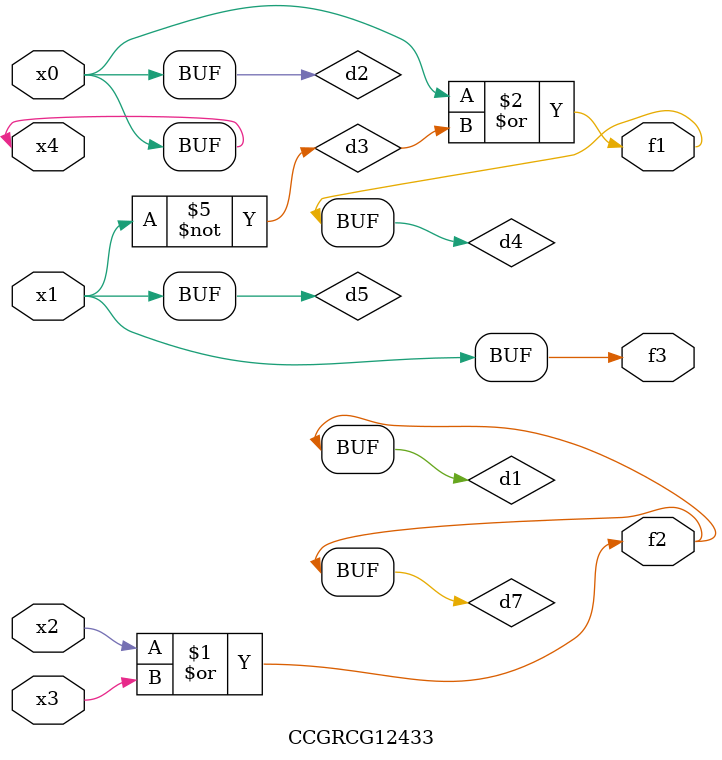
<source format=v>
module CCGRCG12433(
	input x0, x1, x2, x3, x4,
	output f1, f2, f3
);

	wire d1, d2, d3, d4, d5, d6, d7;

	or (d1, x2, x3);
	buf (d2, x0, x4);
	not (d3, x1);
	or (d4, d2, d3);
	not (d5, d3);
	nand (d6, d1, d3);
	or (d7, d1);
	assign f1 = d4;
	assign f2 = d7;
	assign f3 = d5;
endmodule

</source>
